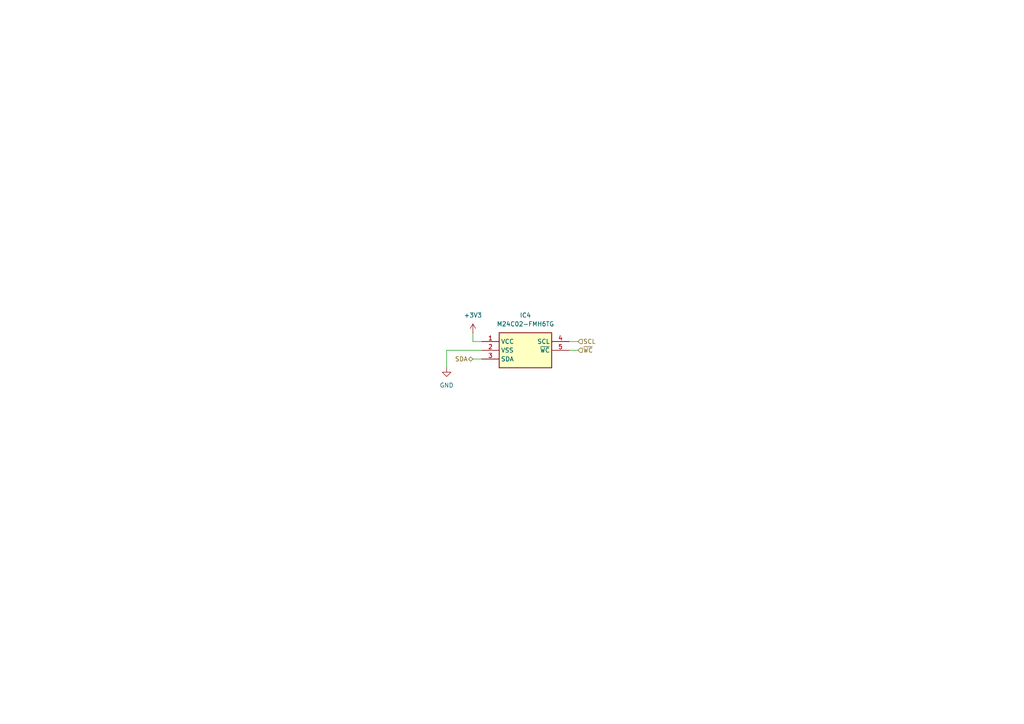
<source format=kicad_sch>
(kicad_sch (version 20250114) (generator "eeschema") (generator_version "9.0")
  (paper "A4")
  (lib_symbols
    (symbol "SamacSys_Parts:M24C02-FMH6TG"
      (property "Reference" "IC" (at 21.59 7.62 0))
      (property "Value" "M24C02-FMH6TG" (at 21.59 5.08 0))
      (symbol "M24C02-FMH6TG_1_1"
        (rectangle (start 5.08 2.54) (end 20.32 -7.62) (stroke (width 0.254)) (fill (type background)))
        (pin passive line (at 0 0 0) (length 5.08) (name "VCC") (number "1"))
        (pin passive line (at 0 -2.54 0) (length 5.08) (name "VSS") (number "2"))
        (pin passive line (at 0 -5.08 0) (length 5.08) (name "SDA") (number "3"))
        (pin passive line (at 25.4 0 180) (length 5.08) (name "SCL") (number "4"))
        (pin passive line (at 25.4 -2.54 180) (length 5.08) (name "~{WC}") (number "5"))
      )
    )
    (symbol "power:+3V3" (power) (pin_numbers (hide yes)) (pin_names (offset 0) (hide yes))
      (property "Value" "+3V3" (at 0 3.556 0))
      (symbol "+3V3_0_1"
        (polyline (pts (xy -0.762 1.27) (xy 0 2.54)))
        (polyline (pts (xy 0 2.54) (xy 0.762 1.27)))
        (polyline (pts (xy 0 0) (xy 0 2.54)))
      )
      (symbol "+3V3_1_1"
        (pin power_in line (at 0 0 90) (length 0) (name "~") (number "1"))
      )
    )
    (symbol "power:GND" (power) (pin_numbers (hide yes)) (pin_names (offset 0) (hide yes))
      (property "Value" "GND" (at 0 -3.81 0))
      (symbol "GND_0_1"
        (polyline (pts (xy 0 0) (xy 0 -1.27) (xy 1.27 -1.27) (xy 0 -2.54) (xy -1.27 -1.27) (xy 0 -1.27)))
      )
      (symbol "GND_1_1"
        (pin power_in line (at 0 0 270) (length 0) (name "~") (number "1"))
      )
    )
  )
  (wire (pts (xy 137.16 96.52) (xy 137.16 99.06)))
  (wire (pts (xy 139.7 99.06) (xy 137.16 99.06)))
  (wire (pts (xy 139.7 101.6) (xy 129.54 101.6)))
  (wire (pts (xy 167.64 99.06) (xy 165.1 99.06)))
  (wire (pts (xy 137.16 104.14) (xy 139.7 104.14)))
  (wire (pts (xy 129.54 101.6) (xy 129.54 106.68)))
  (wire (pts (xy 165.1 101.6) (xy 167.64 101.6)))
  (hierarchical_label "~{WC}" (shape input) (at 167.64 101.6 0))
  (hierarchical_label "SCL" (shape input) (at 167.64 99.06 0))
  (hierarchical_label "SDA" (shape bidirectional) (at 137.16 104.14 180))
  (symbol (lib_id "power:GND") (at 129.54 106.68 0) (unit 1)
    (property "Reference" "#PWR039" (effects (hide yes)))
    (property "Value" "GND" (at 129.54 111.76 0))
    (property "Description" "Power symbol creates a global label with name \"GND\" , ground" (effects (hide yes)))
  )
  (symbol (lib_id "power:+3V3") (at 137.16 96.52 0) (unit 1)
    (property "Reference" "#PWR040" (effects (hide yes)))
    (property "Value" "+3V3" (at 137.16 91.44 0))
    (property "Description" "Power symbol creates a global label with name \"+3V3\"" (effects (hide yes)))
  )
  (symbol (lib_id "SamacSys_Parts:M24C02-FMH6TG") (at 139.7 99.06 0) (unit 1)
    (property "Reference" "IC4" (at 152.4 91.44 0))
    (property "Value" "M24C02-FMH6TG" (at 152.4 93.98 0))
    (property "Footprint" "SamacSys_Parts:M24C32FMH6TG" (effects (hide yes)))
    (property "Datasheet" "https://componentsearchengine.com/Datasheets/1/M24C02-FMH6TG.pdf" (effects (hide yes)))
    (property "Description" "STMICROELECTRONICS - M24C02-FMH6TG - EEPROM, 2 Kbit, 256 x 8bit, Serial I2C (2-Wire), 400 kHz, DFN, 5 Pins" (effects (hide yes)))
    (property "Height" "0.6" (effects (hide yes)))
    (property "Mouser Part Number" "511-M24C02-FMH6TG" (effects (hide yes)))
    (property "Mouser Price/Stock" "https://www.mouser.co.uk/ProductDetail/STMicroelectronics/M24C02-FMH6TG?qs=HXFqYaX1Q2xoDSakaDT8AQ%3D%3D" (effects (hide yes)))
    (property "Manufacturer_Name" "STMicroelectronics" (effects (hide yes)))
    (property "Manufacturer_Part_Number" "M24C02-FMH6TG" (effects (hide yes)))
  )
)
</source>
